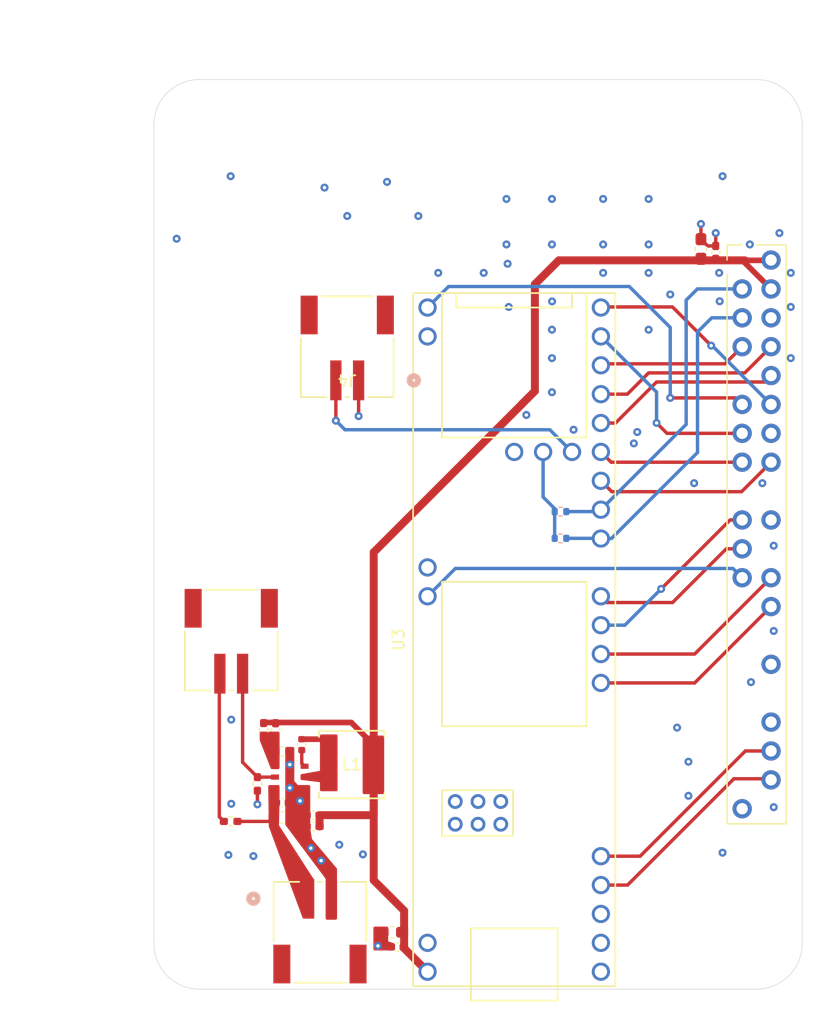
<source format=kicad_pcb>
(kicad_pcb (version 20241229) (generator "pcbnew") (generator_version "9.0")
  (layers (0 "F.Cu" signal) (4 "In1.Cu" power) (6 "In2.Cu" power) (2 "B.Cu" signal) (13 "F.Paste" user) (15 "B.Paste" user) (5 "F.SilkS" user "F.Silkscreen") (7 "B.SilkS" user "B.Silkscreen") (1 "F.Mask" user) (3 "B.Mask" user) (25 "Edge.Cuts" user))
  (net 0 "")
  (net 1 "/BUSY")
  (net 2 "/RAD_PWR")
  (net 3 "/MOD_6_MULT")
  (net 4 "/GPS_STBY")
  (net 5 "/MOD_8_MULT")
  (net 6 "VBUS")
  (net 7 "GND")
  (net 8 "/DC-DC-Out")
  (net 9 "Net-(U2-BST)")
  (net 10 "+5V")
  (net 11 "/MOSI")
  (net 12 "/CS1")
  (net 13 "/CS0")
  (net 14 "/MISO")
  (net 15 "/SCK")
  (net 16 "/RX")
  (net 17 "/DIO1")
  (net 18 "/SDA")
  (net 19 "/MOD_RST")
  (net 20 "/SCL")
  (net 21 "/TX")
  (net 22 "/LO_RST")
  (net 23 "/RX_ALT")
  (net 24 "/TX_ALT")
  (net 29 "/Enable")
  (net 30 "Net-(On/Off/switch1-Pad2)")
  (net 31 "/FB")
  (net 38 "+3.3V")
  (net 39 "/VBAT")
  (footprint "Resistor_SMD:R_0402_1005Metric_Pad0.72x0.64mm_HandSolder" (layer "F.Cu") (at 62.75 104.25)
    (property "Reference" "R2" (hide yes))
    (property "Value" "100k" (hide yes))
    (fp_line (start -0.167621 -0.38) (end 0.167621 -0.38) (stroke (width 0.12)) (layer "F.SilkS"))
    (fp_line (start -0.167621 0.38) (end 0.167621 0.38) (stroke (width 0.12)) (layer "F.SilkS"))
    (pad "1" smd roundrect (at -0.5975 0) (size 0.715 0.64) (layers "F.Cu" "F.Mask" "F.Paste") (net 30 "Net-(On/Off/switch1-Pad2)"))
    (pad "2" smd roundrect (at 0.5975 0) (size 0.715 0.64) (layers "F.Cu" "F.Mask" "F.Paste") (net 6 "VBUS"))
  )
  (footprint "teensy:Teensy41_min" (layer "F.Cu") (at 87.6816 88.26 90)
    (property "Reference" "U3" (at 0 -10.16 90) (layer "F.SilkS"))
    (property "Value" "Teensy4.1")
    (fp_line (start 30.48 -8.89) (end 30.48 8.89) (stroke (width 0.15)) (layer "F.SilkS"))
    (fp_line (start -30.48 -8.89) (end 30.48 -8.89) (stroke (width 0.15)) (layer "F.SilkS"))
    (fp_line (start -13.25 -6.3516) (end -17.25 -6.3516) (stroke (width 0.15)) (layer "F.SilkS"))
    (fp_line (start -17.25 -6.3516) (end -17.25 -6.1016) (stroke (width 0.15)) (layer "F.SilkS"))
    (fp_line (start 30.48 -6.35) (end 17.78 -6.35) (stroke (width 0.15)) (layer "F.SilkS"))
    (fp_line (start 17.78 -6.35) (end 17.78 6.35) (stroke (width 0.15)) (layer "F.SilkS"))
    (fp_line (start 5.08 -6.35) (end -7.62 -6.35) (stroke (width 0.15)) (layer "F.SilkS"))
    (fp_line (start -7.62 -6.35) (end -7.62 6.35) (stroke (width 0.15)) (layer "F.SilkS"))
    (fp_line (start -17.25 -6.1016) (end -17.25 -0.1016) (stroke (width 0.15)) (layer "F.SilkS"))
    (fp_line (start 30.48 -5.08) (end 29.21 -5.08) (stroke (width 0.15)) (layer "F.SilkS"))
    (fp_line (start 29.21 -5.08) (end 29.21 5.08) (stroke (width 0.15)) (layer "F.SilkS"))
    (fp_line (start -25.4 -3.81) (end -30.48 -3.81) (stroke (width 0.15)) (layer "F.SilkS"))
    (fp_line (start -31.75 -3.81) (end -30.48 -3.81) (stroke (width 0.15)) (layer "F.SilkS"))
    (fp_line (start -13.25 -0.1016) (end -13.25 -6.3516) (stroke (width 0.15)) (layer "F.SilkS"))
    (fp_line (start -17.25 -0.1016) (end -13.25 -0.1016) (stroke (width 0.15)) (layer "F.SilkS"))
    (fp_line (start -25.4 3.81) (end -25.4 -3.81) (stroke (width 0.15)) (layer "F.SilkS"))
    (fp_line (start -25.4 3.81) (end -30.48 3.81) (stroke (width 0.15)) (layer "F.SilkS"))
    (fp_line (start -30.48 3.81) (end -31.75 3.81) (stroke (width 0.15)) (layer "F.SilkS"))
    (fp_line (start -31.75 3.81) (end -31.75 -3.81) (stroke (width 0.15)) (layer "F.SilkS"))
    (fp_line (start 29.21 5.08) (end 30.48 5.08) (stroke (width 0.15)) (layer "F.SilkS"))
    (fp_line (start 17.78 6.35) (end 30.48 6.35) (stroke (width 0.15)) (layer "F.SilkS"))
    (fp_line (start 5.08 6.35) (end 5.08 -6.35) (stroke (width 0.15)) (layer "F.SilkS"))
    (fp_line (start -7.62 6.35) (end 5.08 6.35) (stroke (width 0.15)) (layer "F.SilkS"))
    (fp_line (start 30.48 8.89) (end -30.48 8.89) (stroke (width 0.15)) (layer "F.SilkS"))
    (fp_line (start -30.48 8.89) (end -30.48 -8.89) (stroke (width 0.15)) (layer "F.SilkS"))
    (pad "1" thru_hole circle (at -29.21 7.62 90) (size 1.6 1.6) (drill 1.1) (layers "*.Cu" "*.Mask") (net 7 "GND"))
    (pad "2" thru_hole circle (at -26.67 7.62 90) (size 1.6 1.6) (drill 1.1) (layers "*.Cu" "*.Mask") (net 23 "/RX_ALT"))
    (pad "3" thru_hole circle (at -24.13 7.62 90) (size 1.6 1.6) (drill 1.1) (layers "*.Cu" "*.Mask") (net 24 "/TX_ALT"))
    (pad "4" thru_hole circle (at -21.59 7.62 90) (size 1.6 1.6) (drill 1.1) (layers "*.Cu" "*.Mask") (net 3 "/MOD_6_MULT"))
    (pad "5" thru_hole circle (at -19.05 7.62 90) (size 1.6 1.6) (drill 1.1) (layers "*.Cu" "*.Mask") (net 5 "/MOD_8_MULT"))
    (pad "11" thru_hole circle (at -3.81 7.62 90) (size 1.6 1.6) (drill 1.1) (layers "*.Cu" "*.Mask") (net 12 "/CS1"))
    (pad "12" thru_hole circle (at -1.27 7.62 90) (size 1.6 1.6) (drill 1.1) (layers "*.Cu" "*.Mask") (net 13 "/CS0"))
    (pad "13" thru_hole circle (at 1.27 7.62 90) (size 1.6 1.6) (drill 1.1) (layers "*.Cu" "*.Mask") (net 11 "/MOSI"))
    (pad "14" thru_hole circle (at 3.81 7.62 90) (size 1.6 1.6) (drill 1.1) (layers "*.Cu" "*.Mask") (net 14 "/MISO"))
    (pad "16" thru_hole circle (at 8.89 7.62 90) (size 1.6 1.6) (drill 1.1) (layers "*.Cu" "*.Mask") (net 20 "/SCL"))
    (pad "17" thru_hole circle (at 11.43 7.62 90) (size 1.6 1.6) (drill 1.1) (layers "*.Cu" "*.Mask") (net 18 "/SDA"))
    (pad "18" thru_hole circle (at 13.97 7.62 90) (size 1.6 1.6) (drill 1.1) (layers "*.Cu" "*.Mask") (net 19 "/MOD_RST"))
    (pad "19" thru_hole circle (at 16.51 7.62 90) (size 1.6 1.6) (drill 1.1) (layers "*.Cu" "*.Mask") (net 22 "/LO_RST"))
    (pad "20" thru_hole circle (at 19.05 7.62 90) (size 1.6 1.6) (drill 1.1) (layers "*.Cu" "*.Mask") (net 21 "/TX"))
    (pad "21" thru_hole circle (at 21.59 7.62 90) (size 1.6 1.6) (drill 1.1) (layers "*.Cu" "*.Mask") (net 16 "/RX"))
    (pad "22" thru_hole circle (at 24.13 7.62 90) (size 1.6 1.6) (drill 1.1) (layers "*.Cu" "*.Mask") (net 1 "/BUSY"))
    (pad "23" thru_hole circle (at 26.67 7.62 90) (size 1.6 1.6) (drill 1.1) (layers "*.Cu" "*.Mask") (net 4 "/GPS_STBY"))
    (pad "24" thru_hole circle (at 29.21 7.62 90) (size 1.6 1.6) (drill 1.1) (layers "*.Cu" "*.Mask") (net 2 "/RAD_PWR"))
    (pad "25" thru_hole circle (at 29.21 -7.62 90) (size 1.6 1.6) (drill 1.1) (layers "*.Cu" "*.Mask") (net 17 "/DIO1"))
    (pad "26" thru_hole circle (at 26.67 -7.62 90) (size 1.6 1.6) (drill 1.1) (layers "*.Cu" "*.Mask"))
    (pad "34" thru_hole circle (at 6.35 -7.62 90) (size 1.6 1.6) (drill 1.1) (layers "*.Cu" "*.Mask") (net 7 "GND"))
    (pad "35" thru_hole circle (at 3.81 -7.62 90) (size 1.6 1.6) (drill 1.1) (layers "*.Cu" "*.Mask") (net 15 "/SCK"))
    (pad "47" thru_hole circle (at -26.67 -7.62 90) (size 1.6 1.6) (drill 1.1) (layers "*.Cu" "*.Mask") (net 7 "GND"))
    (pad "48" thru_hole circle (at -29.21 -7.62 90) (size 1.6 1.6) (drill 1.1) (layers "*.Cu" "*.Mask") (net 10 "+5V"))
    (pad "50" thru_hole circle (at 16.51 5.08 90) (size 1.6 1.6) (drill 1.1) (layers "*.Cu" "*.Mask") (net 39 "/VBAT"))
    (pad "51" thru_hole circle (at 16.51 2.54 90) (size 1.6 1.6) (drill 1.1) (layers "*.Cu" "*.Mask") (net 38 "+3.3V"))
    (pad "52" thru_hole circle (at 16.51 0 90) (size 1.6 1.6) (drill 1.1) (layers "*.Cu" "*.Mask") (net 7 "GND"))
    (pad "60" thru_hole circle (at -16.24 -5.1816 90) (size 1.3 1.3) (drill 0.8) (layers "*.Cu" "*.Mask"))
    (pad "61" thru_hole circle (at -16.24 -3.1816 90) (size 1.3 1.3) (drill 0.8) (layers "*.Cu" "*.Mask"))
    (pad "62" thru_hole circle (at -16.24 -1.1816 90) (size 1.3 1.3) (drill 0.8) (layers "*.Cu" "*.Mask"))
    (pad "63" thru_hole circle (at -14.24 -1.1816 90) (size 1.3 1.3) (drill 0.8) (layers "*.Cu" "*.Mask"))
    (pad "64" thru_hole circle (at -14.24 -3.1816 90) (size 1.3 1.3) (drill 0.8) (layers "*.Cu" "*.Mask") (net 7 "GND"))
    (pad "65" thru_hole circle (at -14.24 -5.1816 90) (size 1.3 1.3) (drill 0.8) (layers "*.Cu" "*.Mask"))
  )
  (footprint "TF:MountingHole_3mm_rec" (layer "F.Cu") (at 60 50)
    (property "Reference" "H1" (hide yes))
    (property "Value" "MountingHole" (hide yes))
    (pad "" np_thru_hole circle (at 0 0) (size 3 3) (drill 3) (layers "*.Cu" "*.Mask"))
  )
  (footprint "TF:MountingHole_4mm_t4" (layer "F.Cu") (at 61 44)
    (property "Reference" "H5" (hide yes))
    (property "Value" "MountingHole" (hide yes))
    (pad "" np_thru_hole circle (at 0 0) (size 4 4) (drill 4) (layers "*.Cu" "*.Mask"))
  )
  (footprint "TF:MountingHole_3mm_rec" (layer "F.Cu") (at 109 108)
    (property "Reference" "H4" (hide yes))
    (property "Value" "MountingHole" (hide yes))
    (pad "" np_thru_hole circle (at 0 0) (size 3 3) (drill 3) (layers "*.Cu" "*.Mask"))
  )
  (footprint "Capacitor_SMD:C_0603_1608Metric" (layer "F.Cu") (at 67.3 103.9)
    (property "Reference" "C1" (hide yes))
    (property "Value" "10u" (hide yes))
    (fp_line (start -0.14058 -0.51) (end 0.14058 -0.51) (stroke (width 0.12)) (layer "F.SilkS"))
    (fp_line (start -0.14058 0.51) (end 0.14058 0.51) (stroke (width 0.12)) (layer "F.SilkS"))
    (pad "1" smd roundrect (at -0.775 0) (size 0.9 0.95) (layers "F.Cu" "F.Mask" "F.Paste") (net 6 "VBUS"))
    (pad "2" smd roundrect (at 0.775 0) (size 0.9 0.95) (layers "F.Cu" "F.Mask" "F.Paste") (net 7 "GND"))
  )
  (footprint "Capacitor_SMD:C_0402_1005Metric_Pad0.74x0.62mm_HandSolder" (layer "F.Cu") (at 105.4 54.2 -90)
    (property "Reference" "C7" (hide yes))
    (property "Value" "100n" (hide yes))
    (fp_line (start -0.115835 0.36) (end 0.115835 0.36) (stroke (width 0.12)) (layer "F.SilkS"))
    (fp_line (start -0.115835 -0.36) (end 0.115835 -0.36) (stroke (width 0.12)) (layer "F.SilkS"))
    (pad "1" smd roundrect (at -0.5675 0 270) (size 0.735 0.62) (layers "F.Cu" "F.Mask" "F.Paste") (net 7 "GND"))
    (pad "2" smd roundrect (at 0.5675 0 270) (size 0.735 0.62) (layers "F.Cu" "F.Mask" "F.Paste") (net 10 "+5V"))
  )
  (footprint "Capacitor_SMD:C_0402_1005Metric_Pad0.74x0.62mm_HandSolder" (layer "F.Cu") (at 70 104.7 180)
    (property "Reference" "C5" (hide yes))
    (property "Value" "22u" (hide yes))
    (fp_line (start -0.115835 0.36) (end 0.115835 0.36) (stroke (width 0.12)) (layer "F.SilkS"))
    (fp_line (start -0.115835 -0.36) (end 0.115835 -0.36) (stroke (width 0.12)) (layer "F.SilkS"))
    (pad "1" smd roundrect (at -0.5675 0 180) (size 0.735 0.62) (layers "F.Cu" "F.Mask" "F.Paste") (net 10 "+5V"))
    (pad "2" smd roundrect (at 0.5675 0 180) (size 0.735 0.62) (layers "F.Cu" "F.Mask" "F.Paste") (net 7 "GND"))
  )
  (footprint "footprints:SOIC_05WU-7_DIO-L_mod" (layer "F.Cu") (at 67.95 100.349999)
    (property "Reference" "U2" (hide yes))
    (property "Value" "AP63300WU-7_mod" (hide yes))
    (pad "1" smd rect (at -1.3 -0.950001) (size 0.6985 0.4572) (layers "F.Cu" "F.Mask" "F.Paste") (net 31 "/FB"))
    (pad "2" smd rect (at -1.3 0) (size 0.6985 0.4572) (layers "F.Cu" "F.Mask" "F.Paste") (net 29 "/Enable"))
    (pad "3" smd rect (at -1.3 0.950001) (size 0.6985 0.4572) (layers "F.Cu" "F.Mask" "F.Paste") (net 6 "VBUS"))
    (pad "4" smd rect (at 1.3 0.950001) (size 0.6985 0.4572) (layers "F.Cu" "F.Mask" "F.Paste") (net 7 "GND"))
    (pad "5" smd rect (at 1.3 0) (size 0.6985 0.4572) (layers "F.Cu" "F.Mask" "F.Paste") (net 8 "/DC-DC-Out"))
    (pad "6" smd rect (at 1.3 -0.950001) (size 0.6985 0.4572) (layers "F.Cu" "F.Mask" "F.Paste") (net 9 "Net-(U2-BST)"))
  )
  (footprint "TF:MountingHole_4mm_t4" (layer "F.Cu") (at 61 114)
    (property "Reference" "H7" (hide yes))
    (property "Value" "MountingHole" (hide yes))
    (pad "" np_thru_hole circle (at 0 0) (size 4 4) (drill 4) (layers "*.Cu" "*.Mask"))
  )
  (footprint "Capacitor_SMD:C_0402_1005Metric" (layer "F.Cu") (at 69 97.5 90)
    (property "Reference" "C3" (hide yes))
    (property "Value" "100n" (hide yes))
    (fp_line (start -0.107836 -0.36) (end 0.107836 -0.36) (stroke (width 0.12)) (layer "F.SilkS"))
    (fp_line (start -0.107836 0.36) (end 0.107836 0.36) (stroke (width 0.12)) (layer "F.SilkS"))
    (pad "1" smd roundrect (at -0.48 0 90) (size 0.56 0.62) (layers "F.Cu" "F.Mask" "F.Paste") (net 9 "Net-(U2-BST)"))
    (pad "2" smd roundrect (at 0.48 0 90) (size 0.56 0.62) (layers "F.Cu" "F.Mask" "F.Paste") (net 8 "/DC-DC-Out"))
  )
  (footprint "JST PH 2pin:CONN_S2B-PH-SM4-TB_JST_no_circle" (layer "F.Cu") (at 62.8 88.3 180)
    (property "Reference" "On/Off/switch1" (hide yes))
    (property "Value" "S2B-PH-SM4-TB" (hide yes))
    (fp_line (start 4.0767 0.760161) (end 4.0767 -4.4323) (stroke (width 0.1524)) (layer "F.SilkS"))
    (fp_line (start 4.0767 -4.4323) (end 1.828041 -4.4323) (stroke (width 0.1524)) (layer "F.SilkS"))
    (fp_line (start 0.171961 -4.4323) (end -0.171961 -4.4323) (stroke (width 0.1524)) (layer "F.SilkS"))
    (fp_line (start -1.828041 -4.4323) (end -4.0767 -4.4323) (stroke (width 0.1524)) (layer "F.SilkS"))
    (fp_line (start -2.267961 4.4323) (end 2.267961 4.4323) (stroke (width 0.1524)) (layer "F.SilkS"))
    (fp_line (start -4.0767 -4.4323) (end -4.0767 0.760161) (stroke (width 0.1524)) (layer "F.SilkS"))
    (pad "1" smd rect (at -1.000001 -2.9553 180) (size 0.9906 3.5052) (layers "F.Cu" "F.Mask" "F.Paste") (net 29 "/Enable"))
    (pad "2" smd rect (at 1.000001 -2.9553 180) (size 0.9906 3.5052) (layers "F.Cu" "F.Mask" "F.Paste") (net 30 "Net-(On/Off/switch1-Pad2)"))
    (pad "3" smd rect (at -3.350001 2.794701 180) (size 1.4986 3.4036) (layers "F.Cu" "F.Mask" "F.Paste"))
    (pad "4" smd rect (at 3.350001 2.794701 180) (size 1.4986 3.4036) (layers "F.Cu" "F.Mask" "F.Paste"))
  )
  (footprint "Capacitor_SMD:C_0603_1608Metric_Pad1.08x0.95mm_HandSolder" (layer "F.Cu") (at 104.1 53.9 -90)
    (property "Reference" "C8" (hide yes))
    (property "Value" "1u" (hide yes))
    (fp_line (start -0.146267 0.51) (end 0.146267 0.51) (stroke (width 0.12)) (layer "F.SilkS"))
    (fp_line (start -0.146267 -0.51) (end 0.146267 -0.51) (stroke (width 0.12)) (layer "F.SilkS"))
    (pad "1" smd roundrect (at -0.8625 0 270) (size 1.075 0.95) (layers "F.Cu" "F.Mask" "F.Paste") (net 7 "GND"))
    (pad "2" smd roundrect (at 0.8625 0 270) (size 1.075 0.95) (layers "F.Cu" "F.Mask" "F.Paste") (net 10 "+5V"))
  )
  (footprint "Capacitor_SMD:C_0402_1005Metric_Pad0.74x0.62mm_HandSolder" (layer "F.Cu") (at 77.4 115.3)
    (property "Reference" "C9" (hide yes))
    (property "Value" "100n" (hide yes))
    (fp_line (start -0.115835 -0.36) (end 0.115835 -0.36) (stroke (width 0.12)) (layer "F.SilkS"))
    (fp_line (start -0.115835 0.36) (end 0.115835 0.36) (stroke (width 0.12)) (layer "F.SilkS"))
    (pad "1" smd roundrect (at -0.5675 0) (size 0.735 0.62) (layers "F.Cu" "F.Mask" "F.Paste") (net 7 "GND"))
    (pad "2" smd roundrect (at 0.5675 0) (size 0.735 0.62) (layers "F.Cu" "F.Mask" "F.Paste") (net 10 "+5V"))
  )
  (footprint "Resistor_SMD:R_0402_1005Metric" (layer "F.Cu") (at 67.3 98.1)
    (property "Reference" "R4" (hide yes))
    (property "Value" "31.1k" (hide yes))
    (fp_line (start -0.153641 -0.38) (end 0.153641 -0.38) (stroke (width 0.12)) (layer "F.SilkS"))
    (fp_line (start -0.153641 0.38) (end 0.153641 0.38) (stroke (width 0.12)) (layer "F.SilkS"))
    (pad "1" smd roundrect (at -0.51 0) (size 0.54 0.64) (layers "F.Cu" "F.Mask" "F.Paste") (net 31 "/FB"))
    (pad "2" smd roundrect (at 0.51 0) (size 0.54 0.64) (layers "F.Cu" "F.Mask" "F.Paste") (net 7 "GND"))
  )
  (footprint "Bourns_induct:IND_SRP5050FA-5R6M_BRN_mod" (layer "F.Cu") (at 73.4 99.25)
    (property "Reference" "L1" (at 0 0 0) (layer "F.SilkS"))
    (property "Value" "6.8uH")
    (fp_line (start -2.8829 -2.9718) (end -2.8829 -2.424852) (stroke (width 0.1524)) (layer "F.SilkS"))
    (fp_line (start -2.8829 2.424852) (end -2.8829 2.9718) (stroke (width 0.1524)) (layer "F.SilkS"))
    (fp_line (start -2.8829 2.9718) (end 2.8829 2.9718) (stroke (width 0.1524)) (layer "F.SilkS"))
    (fp_line (start 2.8829 -2.9718) (end -2.8829 -2.9718) (stroke (width 0.1524)) (layer "F.SilkS"))
    (fp_line (start 2.8829 -2.424852) (end 2.8829 -2.9718) (stroke (width 0.1524)) (layer "F.SilkS"))
    (fp_line (start 2.8829 2.9718) (end 2.8829 2.424852) (stroke (width 0.1524)) (layer "F.SilkS"))
    (pad "1" smd rect (at -1.927301 0) (size 1.2954 4.5974) (layers "F.Cu" "F.Mask" "F.Paste") (net 8 "/DC-DC-Out"))
    (pad "2" smd rect (at 1.927301 0) (size 1.2954 4.5974) (layers "F.Cu" "F.Mask" "F.Paste") (net 10 "+5V"))
  )
  (footprint "Resistor_SMD:R_0402_1005Metric_Pad0.72x0.64mm_HandSolder" (layer "F.Cu") (at 65.65 96.2 90)
    (property "Reference" "R3" (hide yes))
    (property "Value" "162k" (hide yes))
    (fp_line (start -0.167621 -0.38) (end 0.167621 -0.38) (stroke (width 0.12)) (layer "F.SilkS"))
    (fp_line (start -0.167621 0.38) (end 0.167621 0.38) (stroke (width 0.12)) (layer "F.SilkS"))
    (pad "1" smd roundrect (at -0.5975 0 90) (size 0.715 0.64) (layers "F.Cu" "F.Mask" "F.Paste") (net 31 "/FB"))
    (pad "2" smd roundrect (at 0.5975 0 90) (size 0.715 0.64) (layers "F.Cu" "F.Mask" "F.Paste") (net 10 "+5V"))
  )
  (footprint "TF:MountingHole_3mm_rec" (layer "F.Cu") (at 109 50)
    (property "Reference" "H2" (hide yes))
    (property "Value" "MountingHole" (hide yes))
    (pad "" np_thru_hole circle (at 0 0) (size 3 3) (drill 3) (layers "*.Cu" "*.Mask"))
  )
  (footprint "TF:MountingHole_3mm_rec" (layer "F.Cu") (at 60 108)
    (property "Reference" "H3" (hide yes))
    (property "Value" "MountingHole" (hide yes))
    (pad "" np_thru_hole circle (at 0 0) (size 3 3) (drill 3) (layers "*.Cu" "*.Mask"))
  )
  (footprint "Capacitor_SMD:C_0402_1005Metric_Pad0.74x0.62mm_HandSolder" (layer "F.Cu") (at 70 103.7 180)
    (property "Reference" "C4" (hide yes))
    (property "Value" "22u" (hide yes))
    (fp_line (start -0.115835 0.36) (end 0.115835 0.36) (stroke (width 0.12)) (layer "F.SilkS"))
    (fp_line (start -0.115835 -0.36) (end 0.115835 -0.36) (stroke (width 0.12)) (layer "F.SilkS"))
    (pad "1" smd roundrect (at -0.5675 0 180) (size 0.735 0.62) (layers "F.Cu" "F.Mask" "F.Paste") (net 10 "+5V"))
    (pad "2" smd roundrect (at 0.5675 0 180) (size 0.735 0.62) (layers "F.Cu" "F.Mask" "F.Paste") (net 7 "GND"))
  )
  (footprint "Capacitor_SMD:C_0402_1005Metric" (layer "F.Cu") (at 67.3 102.6)
    (property "Reference" "C2" (hide yes))
    (property "Value" "100n" (hide yes))
    (fp_line (start -0.107836 -0.36) (end 0.107836 -0.36) (stroke (width 0.12)) (layer "F.SilkS"))
    (fp_line (start -0.107836 0.36) (end 0.107836 0.36) (stroke (width 0.12)) (layer "F.SilkS"))
    (pad "1" smd roundrect (at -0.48 0) (size 0.56 0.62) (layers "F.Cu" "F.Mask" "F.Paste") (net 6 "VBUS"))
    (pad "2" smd roundrect (at 0.48 0) (size 0.56 0.62) (layers "F.Cu" "F.Mask" "F.Paste") (net 7 "GND"))
  )
  (footprint "Capacitor_SMD:C_0603_1608Metric_Pad1.08x0.95mm_HandSolder" (layer "F.Cu") (at 76.9625 114 180)
    (property "Reference" "C10" (hide yes))
    (property "Value" "1u" (hide yes))
    (fp_line (start -0.146267 0.51) (end 0.146267 0.51) (stroke (width 0.12)) (layer "F.SilkS"))
    (fp_line (start -0.146267 -0.51) (end 0.146267 -0.51) (stroke (width 0.12)) (layer "F.SilkS"))
    (pad "1" smd roundrect (at -0.8625 0 180) (size 1.075 0.95) (layers "F.Cu" "F.Mask" "F.Paste") (net 10 "+5V"))
    (pad "2" smd roundrect (at 0.8625 0 180) (size 1.075 0.95) (layers "F.Cu" "F.Mask" "F.Paste") (net 7 "GND"))
  )
  (footprint "TF:MountingHole_4mm_t4" (layer "F.Cu") (at 108 114)
    (property "Reference" "H8" (hide yes))
    (property "Value" "MountingHole" (hide yes))
    (pad "" np_thru_hole circle (at 0 0) (size 4 4) (drill 4) (layers "*.Cu" "*.Mask"))
  )
  (footprint "Capacitor_SMD:C_0402_1005Metric_Pad0.74x0.62mm_HandSolder" (layer "F.Cu") (at 66.7 96.1825 90)
    (property "Reference" "C6" (hide yes))
    (property "Value" "47p" (hide yes))
    (fp_line (start -0.115835 -0.36) (end 0.115835 -0.36) (stroke (width 0.12)) (layer "F.SilkS"))
    (fp_line (start -0.115835 0.36) (end 0.115835 0.36) (stroke (width 0.12)) (layer "F.SilkS"))
    (pad "1" smd roundrect (at -0.5675 0 90) (size 0.735 0.62) (layers "F.Cu" "F.Mask" "F.Paste") (net 31 "/FB"))
    (pad "2" smd roundrect (at 0.5675 0 90) (size 0.735 0.62) (layers "F.Cu" "F.Mask" "F.Paste") (net 10 "+5V"))
  )
  (footprint "Resistor_SMD:R_0402_1005Metric_Pad0.72x0.64mm_HandSolder" (layer "F.Cu") (at 65.1 100.9525 -90)
    (property "Reference" "R1" (hide yes))
    (property "Value" "100k" (hide yes))
    (fp_line (start -0.167621 0.38) (end 0.167621 0.38) (stroke (width 0.12)) (layer "F.SilkS"))
    (fp_line (start -0.167621 -0.38) (end 0.167621 -0.38) (stroke (width 0.12)) (layer "F.SilkS"))
    (pad "1" smd roundrect (at -0.5975 0 270) (size 0.715 0.64) (layers "F.Cu" "F.Mask" "F.Paste") (net 29 "/Enable"))
    (pad "2" smd roundrect (at 0.5975 0 270) (size 0.715 0.64) (layers "F.Cu" "F.Mask" "F.Paste") (net 7 "GND"))
  )
  (footprint "JST PH 2pin:CONN_S2B-PH-SM4-TB_JST" (layer "F.Cu") (at 73 62.5 180)
    (property "Reference" "J4" (at 0 -2.9553 180) (layer "F.SilkS"))
    (property "Value" "S2B-PH-SM4-TB")
    (fp_line (start 4.0767 0.760161) (end 4.0767 -4.4323) (stroke (width 0.1524)) (layer "F.SilkS"))
    (fp_line (start 4.0767 -4.4323) (end 1.828041 -4.4323) (stroke (width 0.1524)) (layer "F.SilkS"))
    (fp_line (start 0.171961 -4.4323) (end -0.171961 -4.4323) (stroke (width 0.1524)) (layer "F.SilkS"))
    (fp_line (start -1.828041 -4.4323) (end -4.0767 -4.4323) (stroke (width 0.1524)) (layer "F.SilkS"))
    (fp_line (start -2.267961 4.4323) (end 2.267961 4.4323) (stroke (width 0.1524)) (layer "F.SilkS"))
    (fp_line (start -4.0767 -4.4323) (end -4.0767 0.760161) (stroke (width 0.1524)) (layer "F.SilkS"))
    (fp_circle (center -5.8547 -2.9553) (end -5.4737 -2.9553) (stroke (width 0.508)) (fill no) (layer "F.SilkS"))
    (fp_circle (center -5.8547 -2.9553) (end -5.4737 -2.9553) (stroke (width 0.508)) (fill no) (layer "B.SilkS"))
    (pad "1" smd rect (at -1.000001 -2.9553 180) (size 0.9906 3.5052) (layers "F.Cu" "F.Mask" "F.Paste") (net 7 "GND"))
    (pad "2" smd rect (at 1.000001 -2.9553 180) (size 0.9906 3.5052) (layers "F.Cu" "F.Mask" "F.Paste") (net 39 "/VBAT"))
    (pad "3" smd rect (at -3.350001 2.794701 180) (size 1.4986 3.4036) (layers "F.Cu" "F.Mask" "F.Paste"))
    (pad "4" smd rect (at 3.350001 2.794701 180) (size 1.4986 3.4036) (layers "F.Cu" "F.Mask" "F.Paste"))
  )
  (footprint "JST PH 2pin:CONN_S2B-PH-SM4-TB_JST" (layer "F.Cu") (at 70.6 114)
    (property "Reference" "J3" (hide yes))
    (property "Value" "S2B-PH-SM4-TB" (hide yes))
    (fp_line (start -4.0767 -4.4323) (end -4.0767 0.760161) (stroke (width 0.1524)) (layer "F.SilkS"))
    (fp_line (start -2.267961 4.4323) (end 2.267961 4.4323) (stroke (width 0.1524)) (layer "F.SilkS"))
    (fp_line (start -1.828041 -4.4323) (end -4.0767 -4.4323) (stroke (width 0.1524)) (layer "F.SilkS"))
    (fp_line (start 0.171961 -4.4323) (end -0.171961 -4.4323) (stroke (width 0.1524)) (layer "F.SilkS"))
    (fp_line (start 4.0767 -4.4323) (end 1.828041 -4.4323) (stroke (width 0.1524)) (layer "F.SilkS"))
    (fp_line (start 4.0767 0.760161) (end 4.0767 -4.4323) (stroke (width 0.1524)) (layer "F.SilkS"))
    (fp_circle (center -5.8547 -2.9553) (end -5.4737 -2.9553) (stroke (width 0.508)) (fill no) (layer "F.SilkS"))
    (fp_circle (center -5.8547 -2.9553) (end -5.4737 -2.9553) (stroke (width 0.508)) (fill no) (layer "B.SilkS"))
    (pad "1" smd rect (at -1.000001 -2.9553) (size 0.9906 3.5052) (layers "F.Cu" "F.Mask" "F.Paste") (net 6 "VBUS"))
    (pad "2" smd rect (at 1.000001 -2.9553) (size 0.9906 3.5052) (layers "F.Cu" "F.Mask" "F.Paste") (net 7 "GND"))
    (pad "3" smd rect (at -3.350001 2.794701) (size 1.4986 3.4036) (layers "F.Cu" "F.Mask" "F.Paste"))
    (pad "4" smd rect (at 3.350001 2.794701) (size 1.4986 3.4036) (layers "F.Cu" "F.Mask" "F.Paste"))
  )
  (footprint "TF:MountingHole_4mm_t4" (layer "F.Cu") (at 108 44)
    (property "Reference" "H6" (hide yes))
    (property "Value" "MountingHole" (hide yes))
    (pad "" np_thru_hole circle (at 0 0) (size 4 4) (drill 4) (layers "*.Cu" "*.Mask"))
  )
  (footprint "TF:PinHeader_2x20_P2.54mm_Vertical_receiver" (layer "F.Cu") (at 107.725 54.875)
    (property "Reference" "J1" (hide yes))
    (property "Value" "Raspberry_Pi_4" (hide yes))
    (fp_line (start -1.33 -1.33) (end 0 -1.33) (stroke (width 0.12)) (layer "F.SilkS"))
    (fp_line (start -1.33 0) (end -1.33 -1.33) (stroke (width 0.12)) (layer "F.SilkS"))
    (fp_line (start -1.33 1.27) (end -1.33 49.59) (stroke (width 0.12)) (layer "F.SilkS"))
    (fp_line (start -1.33 49.59) (end 3.87 49.59) (stroke (width 0.12)) (layer "F.SilkS"))
    (fp_line (start 1.27 -1.33) (end 3.87 -1.33) (stroke (width 0.12)) (layer "F.SilkS"))
    (fp_line (start 3.87 -1.33) (end 3.87 49.59) (stroke (width 0.12)) (layer "F.SilkS"))
    (pad "2" thru_hole oval (at 2.54 0) (size 1.7 1.7) (drill 1) (layers "*.Cu" "*.Mask") (net 10 "+5V"))
    (pad "3" thru_hole oval (at 0 2.54) (size 1.7 1.7) (drill 1) (layers "*.Cu" "*.Mask") (net 18 "/SDA"))
    (pad "4" thru_hole oval (at 2.54 2.54) (size 1.7 1.7) (drill 1) (layers "*.Cu" "*.Mask") (net 10 "+5V"))
    (pad "5" thru_hole oval (at 0 5.08) (size 1.7 1.7) (drill 1) (layers "*.Cu" "*.Mask") (net 20 "/SCL"))
    (pad "6" thru_hole oval (at 2.54 5.08) (size 1.7 1.7) (drill 1) (layers "*.Cu" "*.Mask") (net 7 "GND"))
    (pad "7" thru_hole oval (at 0 7.62) (size 1.7 1.7) (drill 1) (layers "*.Cu" "*.Mask") (net 1 "/BUSY"))
    (pad "8" thru_hole oval (at 2.54 7.62) (size 1.7 1.7) (drill 1) (layers "*.Cu" "*.Mask") (net 16 "/RX"))
    (pad "10" thru_hole oval (at 2.54 10.16) (size 1.7 1.7) (drill 1) (layers "*.Cu" "*.Mask") (net 21 "/TX"))
    (pad "11" thru_hole oval (at 0 12.7) (size 1.7 1.7) (drill 1) (layers "*.Cu" "*.Mask") (net 17 "/DIO1"))
    (pad "12" thru_hole oval (at 2.54 12.7) (size 1.7 1.7) (drill 1) (layers "*.Cu" "*.Mask") (net 2 "/RAD_PWR"))
    (pad "13" thru_hole oval (at 0 15.24) (size 1.7 1.7) (drill 1) (layers "*.Cu" "*.Mask") (net 4 "/GPS_STBY"))
    (pad "14" thru_hole oval (at 2.54 15.24) (size 1.7 1.7) (drill 1) (layers "*.Cu" "*.Mask") (net 7 "GND"))
    (pad "15" thru_hole oval (at 0 17.78) (size 1.7 1.7) (drill 1) (layers "*.Cu" "*.Mask") (net 22 "/LO_RST"))
    (pad "16" thru_hole oval (at 2.54 17.78) (size 1.7 1.7) (drill 1) (layers "*.Cu" "*.Mask") (net 19 "/MOD_RST"))
    (pad "19" thru_hole oval (at 0 22.86) (size 1.7 1.7) (drill 1) (layers "*.Cu" "*.Mask") (net 11 "/MOSI"))
    (pad "20" thru_hole oval (at 2.54 22.86) (size 1.7 1.7) (drill 1) (layers "*.Cu" "*.Mask") (net 7 "GND"))
    (pad "21" thru_hole oval (at 0 25.4) (size 1.7 1.7) (drill 1) (layers "*.Cu" "*.Mask") (net 14 "/MISO"))
    (pad "23" thru_hole oval (at 0 27.94) (size 1.7 1.7) (drill 1) (layers "*.Cu" "*.Mask") (net 15 "/SCK"))
    (pad "24" thru_hole oval (at 2.54 27.94) (size 1.7 1.7) (drill 1) (layers "*.Cu" "*.Mask") (net 13 "/CS0"))
    (pad "26" thru_hole oval (at 2.54 30.48) (size 1.7 1.7) (drill 1) (layers "*.Cu" "*.Mask") (net 12 "/CS1"))
    (pad "30" thru_hole oval (at 2.54 35.56) (size 1.7 1.7) (drill 1) (layers "*.Cu" "*.Mask") (net 7 "GND"))
    (pad "34" thru_hole oval (at 2.54 40.64) (size 1.7 1.7) (drill 1) (layers "*.Cu" "*.Mask") (net 7 "GND"))
    (pad "36" thru_hole oval (at 2.54 43.18) (size 1.7 1.7) (drill 1) (layers "*.Cu" "*.Mask") (net 5 "/MOD_8_MULT"))
    (pad "38" thru_hole oval (at 2.54 45.72) (size 1.7 1.7) (drill 1) (layers "*.Cu" "*.Mask") (net 3 "/MOD_6_MULT"))
    (pad "39" thru_hole oval (at 0 48.26) (size 1.7 1.7) (drill 1) (layers "*.Cu" "*.Mask") (net 7 "GND"))
  )
  (footprint "Resistor_SMD:R_0402_1005Metric" (layer "B.Cu") (at 91.75 77)
    (property "Reference" "R5" (hide yes))
    (property "Value" "4.7k" (hide yes))
    (fp_line (start 0.153641 -0.38) (end -0.153641 -0.38) (stroke (width 0.12)) (layer "B.SilkS"))
    (fp_line (start 0.153641 0.38) (end -0.153641 0.38) (stroke (width 0.12)) (layer "B.SilkS"))
    (pad "1" smd roundrect (at -0.51 0) (size 0.54 0.64) (layers "B.Cu" "B.Mask" "B.Paste") (net 38 "+3.3V"))
    (pad "2" smd roundrect (at 0.51 0) (size 0.54 0.64) (layers "B.Cu" "B.Mask" "B.Paste") (net 18 "/SDA"))
  )
  (footprint "Resistor_SMD:R_0402_1005Metric" (layer "B.Cu") (at 91.75 79.35)
    (property "Reference" "R6" (hide yes))
    (property "Value" "4.7k" (hide yes))
    (fp_line (start 0.153641 -0.38) (end -0.153641 -0.38) (stroke (width 0.12)) (layer "B.SilkS"))
    (fp_line (start 0.153641 0.38) (end -0.153641 0.38) (stroke (width 0.12)) (layer "B.SilkS"))
    (pad "1" smd roundrect (at -0.51 0) (size 0.54 0.64) (layers "B.Cu" "B.Mask" "B.Paste") (net 38 "+3.3V"))
    (pad "2" smd roundrect (at 0.51 0) (size 0.54 0.64) (layers "B.Cu" "B.Mask" "B.Paste") (net 20 "/SCL"))
  )
  (gr_line (start 60 39) (end 109 39) (stroke (width 0.05)) (layer "Edge.Cuts"))
  (gr_arc (start 109 39) (mid 111.828427 40.171573) (end 113 43) (stroke (width 0.05)) (layer "Edge.Cuts"))
  (gr_line (start 56 115) (end 56 43) (stroke (width 0.05)) (layer "Edge.Cuts"))
  (gr_arc (start 60 119) (mid 57.171573 117.828427) (end 56 115) (stroke (width 0.05)) (layer "Edge.Cuts"))
  (gr_arc (start 113 115) (mid 111.828427 117.828427) (end 109 119) (stroke (width 0.05)) (layer "Edge.Cuts"))
  (gr_line (start 109 119) (end 60 119) (stroke (width 0.05)) (layer "Edge.Cuts"))
  (gr_line (start 113 43) (end 113 115) (stroke (width 0.05)) (layer "Edge.Cuts"))
  (gr_arc (start 56 43) (mid 57.171573 40.171573) (end 60 39) (stroke (width 0.05)) (layer "Edge.Cuts"))
  (segment (start 107.725 62.495) (end 106.22 64) (width 0.3) (layer "F.Cu") (net 1))
  (segment (start 107.72 62.5) (end 107.725 62.495) (width 0.3) (layer "F.Cu") (net 1))
  (segment (start 95.4316 64) (end 95.3016 64.13) (width 0.3) (layer "F.Cu") (net 1))
  (segment (start 106.22 64) (end 95.4316 64) (width 0.3) (layer "F.Cu") (net 1))
  (segment (start 101.6 59) (end 95.3516 59) (width 0.3) (layer "F.Cu") (net 2))
  (segment (start 105 62.4) (end 101.6 59) (width 0.3) (layer "F.Cu") (net 2))
  (segment (start 95.3516 59) (end 95.3016 59.05) (width 0.3) (layer "F.Cu") (net 2))
  (via (at 105 62.4) (size 0.7) (drill 0.3) (layers "F.Cu" "B.Cu") (net 2))
  (segment (start 110.265 67.575) (end 105.09 62.4) (width 0.3) (layer "B.Cu") (net 2))
  (segment (start 105.09 62.4) (end 105 62.4) (width 0.3) (layer "B.Cu") (net 2))
  (segment (start 110.26 100.6) (end 110.265 100.595) (width 0.3) (layer "F.Cu") (net 3))
  (segment (start 97.65 109.85) (end 95.3016 109.85) (width 0.3) (layer "F.Cu") (net 3))
  (segment (start 110.265 100.595) (end 110.17 100.5) (width 0.3) (layer "F.Cu") (net 3))
  (segment (start 110.17 100.5) (end 107 100.5) (width 0.3) (layer "F.Cu") (net 3))
  (segment (start 107 100.5) (end 97.65 109.85) (width 0.3) (layer "F.Cu") (net 3))
  (segment (start 107.725 70.115) (end 101.115 70.115) (width 0.3) (layer "F.Cu") (net 4))
  (segment (start 101.115 70.115) (end 100.2 69.2) (width 0.3) (layer "F.Cu") (net 4))
  (via (at 100.2 69.2) (size 0.7) (drill 0.3) (layers "F.Cu" "B.Cu") (net 4))
  (segment (start 100.2 69.2) (end 100.2 66.4884) (width 0.3) (layer "B.Cu") (net 4))
  (segment (start 100.2 66.4884) (end 95.3016 61.59) (width 0.3) (layer "B.Cu") (net 4))
  (segment (start 108.005661 98.055) (end 98.750661 107.31) (width 0.3) (layer "F.Cu") (net 5))
  (segment (start 110.265 98.055) (end 108.005661 98.055) (width 0.3) (layer "F.Cu") (net 5))
  (segment (start 98.750661 107.31) (end 95.3016 107.31) (width 0.3) (layer "F.Cu") (net 5))
  (segment (start 110.22 98.1) (end 110.265 98.055) (width 0.3) (layer "F.Cu") (net 5))
  (segment (start 66.82 104.25) (end 63.3475 104.25) (width 0.3) (layer "F.Cu") (net 6))
  (segment (start 105.4 53.6325) (end 105.4 52.5) (width 0.3) (layer "F.Cu") (net 7))
  (segment (start 74.000001 68.6) (end 74.000001 65.4553) (width 0.3) (layer "F.Cu") (net 7))
  (segment (start 65.1 101.6975) (end 65.1 102.75) (width 0.3) (layer "F.Cu") (net 7))
  (segment (start 104.1 53.0375) (end 104.1 51.7) (width 0.3) (layer "F.Cu") (net 7))
  (segment (start 104.695 53.6325) (end 104.1 53.0375) (width 0.3) (layer "F.Cu") (net 7))
  (segment (start 105.4 53.6325) (end 104.695 53.6325) (width 0.3) (layer "F.Cu") (net 7))
  (via (at 58 53) (size 0.7) (drill 0.3) (layers "F.Cu" "B.Cu") (net 7))
  (via (at 87.1 55.2) (size 0.7) (drill 0.3) (layers "F.Cu" "B.Cu") (net 7))
  (via (at 102 96) (size 0.7) (drill 0.3) (layers "F.Cu" "B.Cu") (net 7))
  (via (at 88.75 68.5) (size 0.7) (drill 0.3) (layers "F.Cu" "B.Cu") (net 7))
  (via (at 91 66.5) (size 0.7) (drill 0.3) (layers "F.Cu" "B.Cu") (net 7))
  (via (at 92.9 69.8) (size 0.7) (drill 0.3) (layers "F.Cu" "B.Cu") (net 7))
  (via (at 62.55 107.2) (size 0.7) (drill 0.3) (layers "F.Cu" "B.Cu") (net 7))
  (via (at 71 48.5) (size 0.7) (drill 0.3) (layers "F.Cu" "B.Cu") (net 7))
  (via (at 112 56) (size 0.7) (drill 0.3) (layers "F.Cu" "B.Cu") (net 7))
  (via (at 99.5 53.5) (size 0.7) (drill 0.3) (layers "F.Cu" "B.Cu") (net 7))
  (via (at 76.5 48) (size 0.7) (drill 0.3) (layers "F.Cu" "B.Cu") (net 7))
  (via (at 105.7 56) (size 0.7) (drill 0.3) (layers "F.Cu" "B.Cu") (net 7))
  (via (at 109.5 74.5) (size 0.7) (drill 0.3) (layers "F.Cu" "B.Cu") (net 7))
  (via (at 67.95 101.3) (size 0.7) (drill 0.3) (layers "F.Cu" "B.Cu") (net 7))
  (via (at 95.5 49.5) (size 0.7) (drill 0.3) (layers "F.Cu" "B.Cu") (net 7))
  (via (at 104.1 51.7) (size 0.7) (drill 0.3) (layers "F.Cu" "B.Cu") (net 7))
  (via (at 85 56) (size 0.7) (drill 0.3) (layers "F.Cu" "B.Cu") (net 7))
  (via (at 91 61) (size 0.7) (drill 0.3) (layers "F.Cu" "B.Cu") (net 7))
  (via (at 69.8 106.6) (size 0.7) (drill 0.3) (layers "F.Cu" "B.Cu") (net 7))
  (via (at 98.2 71) (size 0.7) (drill 0.3) (layers "F.Cu" "B.Cu") (net 7))
  (via (at 112 63.5) (size 0.7) (drill 0.3) (layers "F.Cu" "B.Cu") (net 7))
  (via (at 103 99) (size 0.7) (drill 0.3) (layers "F.Cu" "B.Cu") (net 7))
  (via (at 74.377301 107.15) (size 0.7) (drill 0.3) (layers "F.Cu" "B.Cu") (net 7))
  (via (at 99.5 49.5) (size 0.7) (drill 0.3) (layers "F.Cu" "B.Cu") (net 7))
  (via (at 91 49.5) (size 0.7) (drill 0.3) (layers "F.Cu" "B.Cu") (net 7))
  (via (at 101.4 57.9) (size 0.7) (drill 0.3) (layers "F.Cu" "B.Cu") (net 7))
  (via (at 65.1 102.75) (size 0.7) (drill 0.3) (layers "F.Cu" "B.Cu") (net 7))
  (via (at 108.5 92) (size 0.7) (drill 0.3) (layers "F.Cu" "B.Cu") (net 7))
  (via (at 91.010331 58.510331) (size 0.7) (drill 0.3) (layers "F.Cu" "B.Cu") (net 7))
  (via (at 110.5 80) (size 0.7) (drill 0.3) (layers "F.Cu" "B.Cu") (net 7))
  (via (at 99.5 61) (size 0.7) (drill 0.3) (layers "F.Cu" "B.Cu") (net 7))
  (via (at 70.7 107.7) (size 0.7) (drill 0.3) (layers "F.Cu" "B.Cu") (net 7))
  (via (at 87.2 59) (size 0.7) (drill 0.3) (layers "F.Cu" "B.Cu") (net 7))
  (via (at 62.75 47.5) (size 0.7) (drill 0.3) (layers "F.Cu" "B.Cu") (net 7))
  (via (at 73 51) (size 0.7) (drill 0.3) (layers "F.Cu" "B.Cu") (net 7))
  (via (at 105.75 58.5) (size 0.7) (drill 0.3) (layers "F.Cu" "B.Cu") (net 7))
  (via (at 87 49.5) (size 0.7) (drill 0.3) (layers "F.Cu" "B.Cu") (net 7))
  (via (at 74.000001 68.6) (size 0.7) (drill 0.3) (layers "F.Cu" "B.Cu") (net 7))
  (via (at 103 102) (size 0.7) (drill 0.3) (layers "F.Cu" "B.Cu") (net 7))
  (via (at 95.5 53.5) (size 0.7) (drill 0.3) (layers "F.Cu" "B.Cu") (net 7))
  (via (at 67.95 99.25) (size 0.7) (drill 0.3) (layers "F.Cu" "B.Cu") (net 7))
  (via (at 91 53.5) (size 0.7) (drill 0.3) (layers "F.Cu" "B.Cu") (net 7))
  (via (at 95.5 56) (size 0.7) (drill 0.3) (layers "F.Cu" "B.Cu") (net 7))
  (via (at 111 52.5) (size 0.7) (drill 0.3) (layers "F.Cu" "B.Cu") (net 7))
  (via (at 106 47.5) (size 0.7) (drill 0.3) (layers "F.Cu" "B.Cu") (net 7))
  (via (at 72.3 106.3) (size 0.7) (drill 0.3) (layers "F.Cu" "B.Cu") (net 7))
  (via (at 98.5 70) (size 0.7) (drill 0.3) (layers "F.Cu" "B.Cu") (net 7))
  (via (at 106 107) (size 0.7) (drill 0.3) (layers "F.Cu" "B.Cu") (net 7))
  (via (at 110.5 103) (size 0.7) (drill 0.3) (layers "F.Cu" "B.Cu") (net 7))
  (via (at 112 59) (size 0.7) (drill 0.3) (layers "F.Cu" "B.Cu") (net 7))
  (via (at 62.8 102.7) (size 0.7) (drill 0.3) (layers "F.Cu" "B.Cu") (net 7))
  (via (at 75.7 115.2) (size 0.7) (drill 0.3) (layers "F.Cu" "B.Cu") (net 7))
  (via (at 91 63.5) (size 0.7) (drill 0.3) (layers "F.Cu" "B.Cu") (net 7))
  (via (at 99.5 56) (size 0.7) (drill 0.3) (layers "F.Cu" "B.Cu") (net 7))
  (via (at 105.4 52.5) (size 0.7) (drill 0.3) (layers "F.Cu" "B.Cu") (net 7))
  (via (at 68.85 102.45) (size 0.7) (drill 0.3) (layers "F.Cu" "B.Cu") (net 7))
  (via (at 64.75 107.3) (size 0.7) (drill 0.3) (layers "F.Cu" "B.Cu") (net 7))
  (via (at 62.8 95.3) (size 0.7) (drill 0.3) (layers "F.Cu" "B.Cu") (net 7))
  (via (at 79.25 51) (size 0.7) (drill 0.3) (layers "F.Cu" "B.Cu") (net 7))
  (via (at 103.5 74.5) (size 0.7) (drill 0.3) (layers "F.Cu" "B.Cu") (net 7))
  (via (at 81 56) (size 0.7) (drill 0.3) (layers "F.Cu" "B.Cu") (net 7))
  (via (at 87 53.5) (size 0.7) (drill 0.3) (layers "F.Cu" "B.Cu") (net 7))
  (via (at 108.4 53.5) (size 0.7) (drill 0.3) (layers "F.Cu" "B.Cu") (net 7))
  (via (at 110.5 87.5) (size 0.7) (drill 0.3) (layers "F.Cu" "B.Cu") (net 7))
  (segment (start 71.02 97.02) (end 71.5 97.5) (width 0.5) (layer "F.Cu") (net 8))
  (segment (start 69 97.02) (end 71.02 97.02) (width 0.5) (layer "F.Cu") (net 8))
  (segment (start 69 99.149998) (end 69.25 99.399998) (width 0.3) (layer "F.Cu") (net 9))
  (segment (start 69 97.98) (end 69 99.149998) (width 0.3) (layer "F.Cu") (net 9))
  (segment (start 110.24 54.9) (end 108.025 54.9) (width 0.5) (layer "F.Cu") (net 10))
  (segment (start 75.327301 97.227301) (end 75.327301 99.25) (width 0.7) (layer "F.Cu") (net 10))
  (segment (start 80.0616 117.47) (end 78 115.4084) (width 0.7) (layer "F.Cu") (net 10))
  (segment (start 107.975 54.9) (end 91.6 54.9) (width 0.7) (layer "F.Cu") (net 10))
  (segment (start 110.265 57.415) (end 108 55.15) (width 0.5) (layer "F.Cu") (net 10))
  (segment (start 89.5 57) (end 89.5 66.4) (width 0.7) (layer "F.Cu") (net 10))
  (segment (start 75.327301 99.25) (end 75.327301 103.672699) (width 0.7) (layer "F.Cu") (net 10))
  (segment (start 73.35 95.55) (end 75.327301 97.527301) (width 0.5) (layer "F.Cu") (net 10))
  (segment (start 110.265 54.875) (end 110.24 54.9) (width 0.5) (layer "F.Cu") (net 10))
  (segment (start 108 54.925) (end 107.975 54.9) (width 0.5) (layer "F.Cu") (net 10))
  (segment (start 65.65 95.5525) (end 65.6525 95.55) (width 0.5) (layer "F.Cu") (net 10))
  (segment (start 89.5 66.4) (end 88.356497 67.543503) (width 0.7) (layer "F.Cu") (net 10))
  (segment (start 75.327301 109.427301) (end 75.327301 99.25) (width 0.7) (layer "F.Cu") (net 10))
  (segment (start 88.356497 67.543503) (end 88.356497 67.55) (width 0.7) (layer "F.Cu") (net 10))
  (segment (start 108 55.15) (end 108 54.925) (width 0.5) (layer "F.Cu") (net 10))
  (segment (start 75.3 103.7) (end 70.5675 103.7) (width 0.7) (layer "F.Cu") (net 10))
  (segment (start 78 112.1) (end 75.327301 109.427301) (width 0.7) (layer "F.Cu") (net 10))
  (segment (start 88.356497 67.55) (end 75.327301 80.579196) (width 0.7) (layer "F.Cu") (net 10))
  (segment (start 75.327301 103.672699) (end 75.3 103.7) (width 0.7) (layer "F.Cu") (net 10))
  (segment (start 75.327301 80.579196) (end 75.327301 99.25) (width 0.7) (layer "F.Cu") (net 10))
  (segment (start 75.327301 97.527301) (end 75.327301 99.25) (width 0.5) (layer "F.Cu") (net 10))
  (segment (start 65.6525 95.55) (end 73.35 95.55) (width 0.5) (layer "F.Cu") (net 10))
  (segment (start 91.6 54.9) (end 89.5 57) (width 0.7) (layer "F.Cu") (net 10))
  (segment (start 78 115.4084) (end 78 112.1) (width 0.7) (layer "F.Cu") (net 10))
  (segment (start 70.5675 103.7) (end 70.5675 104.7) (width 0.7) (layer "F.Cu") (net 10))
  (segment (start 107.015 77.735) (end 107.725 77.735) (width 0.3) (layer "F.Cu") (net 11))
  (segment (start 100.6 83.8) (end 106.665 77.735) (width 0.3) (layer "F.Cu") (net 11))
  (segment (start 106.665 77.735) (end 107.725 77.735) (width 0.3) (layer "F.Cu") (net 11))
  (via (at 100.6 83.8) (size 0.7) (drill 0.3) (layers "F.Cu" "B.Cu") (net 11))
  (segment (start 97.320661 86.99) (end 97.41 86.99) (width 0.3) (layer "B.Cu") (net 11))
  (segment (start 97.41 86.99) (end 100.6 83.8) (width 0.3) (layer "B.Cu") (net 11))
  (segment (start 97.320661 86.99) (end 95.3016 86.99) (width 0.3) (layer "B.Cu") (net 11))
  (segment (start 103.55 92.07) (end 95.3016 92.07) (width 0.3) (layer "F.Cu") (net 12))
  (segment (start 110.265 85.355) (end 103.55 92.07) (width 0.3) (layer "F.Cu") (net 12))
  (segment (start 110.265 85.355) (end 110.16 85.25) (width 0.3) (layer "F.Cu") (net 12))
  (segment (start 103.55 89.53) (end 110.265 82.815) (width 0.3) (layer "F.Cu") (net 13))
  (segment (start 95.3016 89.53) (end 103.55 89.53) (width 0.3) (layer "F.Cu") (net 13))
  (segment (start 107.725 80.275) (end 106.325 80.275) (width 0.3) (layer "F.Cu") (net 14))
  (segment (start 101.6 85) (end 95.8516 85) (width 0.3) (layer "F.Cu") (net 14))
  (segment (start 106.325 80.275) (end 101.6 85) (width 0.3) (layer "F.Cu") (net 14))
  (segment (start 95.8516 85) (end 95.3016 84.45) (width 0.3) (layer "F.Cu") (net 14))
  (segment (start 82.5116 82) (end 80.0616 84.45) (width 0.3) (layer "B.Cu") (net 15))
  (segment (start 106.91 82) (end 82.5116 82) (width 0.3) (layer "B.Cu") (net 15))
  (segment (start 107.725 82.815) (end 106.91 82) (width 0.3) (layer "B.Cu") (net 15))
  (segment (start 95.3016 66.67) (end 97.63 66.67) (width 0.3) (layer "F.Cu") (net 16))
  (segment (start 99.5 64.8) (end 107.96 64.8) (width 0.3) (layer "F.Cu") (net 16))
  (segment (start 97.63 66.67) (end 99.5 64.8) (width 0.3) (layer "F.Cu") (net 16))
  (segment (start 107.96 64.8) (end 110.265 62.495) (width 0.3) (layer "F.Cu") (net 16))
  (segment (start 107.15 67) (end 107.725 67.575) (width 0.3) (layer "F.Cu") (net 17))
  (segment (start 101.4 67) (end 107.15 67) (width 0.3) (layer "F.Cu") (net 17))
  (via (at 101.4 67) (size 0.7) (drill 0.3) (layers "F.Cu" "B.Cu") (net 17))
  (segment (start 101.4 60.8) (end 97.8 57.2) (width 0.3) (layer "B.Cu") (net 17))
  (segment (start 81.9116 57.2) (end 80.0616 59.05) (width 0.3) (layer "B.Cu") (net 17))
  (segment (start 101.4 67) (end 101.4 60.8) (width 0.3) (layer "B.Cu") (net 17))
  (segment (start 97.8 57.2) (end 81.9116 57.2) (width 0.3) (layer "B.Cu") (net 17))
  (segment (start 103.785 57.415) (end 107.725 57.415) (width 0.3) (layer "B.Cu") (net 18))
  (segment (start 102.8 58.4) (end 103.785 57.415) (width 0.3) (layer "B.Cu") (net 18))
  (segment (start 95.3016 76.83) (end 102.8 69.3316) (width 0.3) (layer "B.Cu") (net 18))
  (segment (start 102.8 69.3316) (end 102.8 58.4) (width 0.3) (layer "B.Cu") (net 18))
  (segment (start 92.26 77) (end 95.1316 77) (width 0.3) (layer "B.Cu") (net 18))
  (segment (start 95.1316 77) (end 95.3016 76.83) (width 0.3) (layer "B.Cu") (net 18))
  (segment (start 96.2616 75.25) (end 95.3016 74.29) (width 0.3) (layer "F.Cu") (net 19))
  (segment (start 110.265 72.655) (end 107.67 75.25) (width 0.3) (layer "F.Cu") (net 19))
  (segment (start 95.3016 74.29) (end 95.3416 74.25) (width 0.3) (layer "F.Cu") (net 19))
  (segment (start 107.67 75.25) (end 96.2616 75.25) (width 0.3) (layer "F.Cu") (net 19))
  (segment (start 92.26 79.35) (end 92.26 79.34) (width 0.3) (layer "B.Cu") (net 20))
  (segment (start 103.8 61.2) (end 103.8 71.8) (width 0.3) (layer "B.Cu") (net 20))
  (segment (start 107.725 59.955) (end 105.045 59.955) (width 0.3) (layer "B.Cu") (net 20))
  (segment (start 105.045 59.955) (end 103.8 61.2) (width 0.3) (layer "B.Cu") (net 20))
  (segment (start 103.8 71.8) (end 96.23 79.37) (width 0.3) (layer "B.Cu") (net 20))
  (segment (start 96.23 79.37) (end 95.3016 79.37) (width 0.3) (layer "B.Cu") (net 20))
  (segment (start 95.2816 79.35) (end 95.3016 79.37) (width 0.3) (layer "B.Cu") (net 20))
  (segment (start 92.26 79.35) (end 95.2816 79.35) (width 0.3) (layer "B.Cu") (net 20))
  (segment (start 96.59 69.21) (end 95.3016 69.21) (width 0.3) (layer "F.Cu") (net 21))
  (segment (start 109.7 65.6) (end 100.2 65.6) (width 0.3) (layer "F.Cu") (net 21))
  (segment (start 110.265 65.035) (end 109.7 65.6) (width 0.3) (layer "F.Cu") (net 21))
  (segment (start 100.2 65.6) (end 96.59 69.21) (width 0.3) (layer "F.Cu") (net 21))
  (segment (start 109.9 65.4) (end 110.265 65.035) (width 0.3) (layer "B.Cu") (net 21))
  (segment (start 96.2066 72.655) (end 95.3016 71.75) (width 0.3) (layer "F.Cu") (net 22))
  (segment (start 107.725 72.655) (end 96.2066 72.655) (width 0.3) (layer "F.Cu") (net 22))
  (segment (start 65.1 100.355) (end 66.644999 100.355) (width 0.3) (layer "F.Cu") (net 29))
  (segment (start 66.644999 100.355) (end 66.65 100.349999) (width 0.3) (layer "F.Cu") (net 29))
  (segment (start 63.800001 99.055001) (end 65.1 100.355) (width 0.3) (layer "F.Cu") (net 29))
  (segment (start 63.800001 91.2553) (end 63.800001 99.055001) (width 0.3) (layer "F.Cu") (net 29))
  (segment (start 62.1525 104.25) (end 61.75 103.8475) (width 0.3) (layer "F.Cu") (net 30))
  (segment (start 61.75 91.305299) (end 61.799999 91.2553) (width 0.3) (layer "F.Cu") (net 30))
  (segment (start 61.75 103.8475) (end 61.75 91.305299) (width 0.3) (layer "F.Cu") (net 30))
  (segment (start 91.24 76.74) (end 90.2216 75.7216) (width 0.3) (layer "B.Cu") (net 38))
  (segment (start 91.24 77) (end 91.24 76.74) (width 0.3) (layer "B.Cu") (net 38))
  (segment (start 91.24 77) (end 91.24 79.35) (width 0.3) (layer "B.Cu") (net 38))
  (segment (start 90.2216 75.7216) (end 90.2216 71.75) (width 0.3) (layer "B.Cu") (net 38))
  (segment (start 71.999999 69) (end 71.999999 65.4553) (width 0.3) (layer "F.Cu") (net 39))
  (via (at 71.999999 69) (size 0.7) (drill 0.3) (layers "F.Cu" "B.Cu") (net 39))
  (segment (start 71.999999 69) (end 72.799999 69.8) (width 0.3) (layer "B.Cu") (net 39))
  (segment (start 90.8116 69.8) (end 92.7616 71.75) (width 0.3) (layer "B.Cu") (net 39))
  (segment (start 72.799999 69.8) (end 90.8116 69.8) (width 0.3) (layer "B.Cu") (net 39))
  (zone (net 8) (net_name "/DC-DC-Out") (layer "F.Cu") (priority 5) (connect_pads yes (clearance 0.3)) (min_thickness 0.25) (fill yes (thermal_gap 0.5) (thermal_bridge_width 0.5))
    (polygon (pts (xy 68.9 100.6) (xy 68.9 100.1) (xy 70.6 99.8) (xy 70.6 96.6) (xy 72.15 96.6) (xy 72.15 101.6) (xy 70.6 101.6) (xy 70.6 100.8)))
  )
  (zone (net 10) (net_name "+5V") (layer "F.Cu") (priority 3) (connect_pads yes (clearance 0.3)) (min_thickness 0.25) (fill yes (thermal_gap 0.5) (thermal_bridge_width 0.5))
    (polygon (pts (xy 74.35 96.7) (xy 74.35 101.2) (xy 74.35 101.85) (xy 76.25 101.85) (xy 76.25 96.7) (xy 74.7 96.7)))
  )
  (zone (net 7) (net_name "GND") (layer "F.Cu") (priority 6) (connect_pads yes (clearance 0.3)) (min_thickness 0.25) (fill yes (thermal_gap 0.5) (thermal_bridge_width 0.5))
    (polygon (pts (xy 76.6 113.5) (xy 76.6 114.8) (xy 77.2 115) (xy 77.2 115.6) (xy 75.3 115.6) (xy 75.3 113.5)))
  )
  (zone (net 31) (net_name "/FB") (layer "F.Cu") (priority 4) (connect_pads yes (clearance 0.3)) (min_thickness 0.25) (fill yes (thermal_gap 0.5) (thermal_bridge_width 0.5))
    (polygon (pts (xy 65.3 97.1) (xy 66.3 99.65) (xy 67.05 99.65) (xy 67.05 96.35) (xy 65.3 96.35)))
  )
  (zone (net 7) (net_name "GND") (layer "F.Cu") (priority 2) (connect_pads yes (clearance 0.3)) (min_thickness 0.25) (fill yes (thermal_gap 0.5) (thermal_bridge_width 0.5))
    (polygon (pts (xy 72.1 112.9) (xy 71.1 112.9) (xy 71.1 109.3) (xy 67.55 104.55) (xy 67.55 101.35) (xy 67.55 97.7) (xy 68.35 97.7) (xy 68.35 100.7) (xy 68.65 101.05) (xy 69.75 101.05) (xy 69.75 102) (xy 69.75 103.9) (xy 69.75 104.9) (xy 69.9 105.8) (xy 72.1 108.4) (xy 72.1 109.4)))
  )
  (zone (net 6) (net_name "VBUS") (layer "F.Cu") (priority 1) (connect_pads yes (clearance 0.3)) (min_thickness 0.25) (fill yes (thermal_gap 0.5) (thermal_bridge_width 0.5))
    (polygon (pts (xy 67.05 101.05) (xy 67.05 102.4) (xy 67 104.6) (xy 68.1 106.3) (xy 70.1 109.4) (xy 70.1 112.8) (xy 69.1 112.8) (xy 66.1 104.7) (xy 66.05 101.05)))
  )
)
</source>
